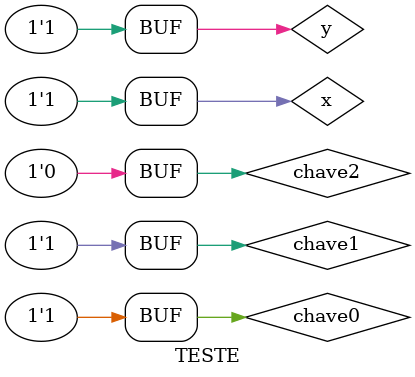
<source format=v>

module F4 (output s, input x, input y, input chave0, input chave1, input chave2);

  wire s0,s1,s2,s3,s4,s5,s6,s7,s8,s9,s10,s11,s12,s13,s14,c0,c1,c2,c3,c4,c5;

  not notx (s0,x);
  not noty (s14,y);

  or or0 (s1,x,y);
  nor nor0 (s2,x,y);
  and and0 (s3,x,y);
  nand nand0 (s4,x,y);
  xor xor0 (s5,x,y);
  xnor xnor0 (s6,x,y);

  buf buf0 (c0,chave0);
  not not0 (c1,chave0);

  buf buf1 (c2,chave1);
  not not1 (c3,chave1);

  buf buf2 (c4,chave2);
  not not0 (c5,chave2);

  and and1 (s7,s0,s14,c0,c2,c4);
  and and2 (s8,s1,c0,c2,c5);
  and and3 (s9,s2,c0,c3,c4);
  and and4 (s10,s3,c0,c3,c5);
  and and5 (s11,s4,c1,c2,c4);
  and and6 (s12,s5,c1,c2,c5);
  and and7 (s13,s6,c1,c3,c4);

  or or1 (s,s7,s8,s9,s10,s11,s12,s13);

endmodule


module TESTE;

  reg x,y,chave0,chave1,chave2;
  wire z;

  initial begin
    x='b0;
    y='b0;
    chave0='b1;
    chave1='b1;
    chave2='b0;
  end

  F4 portas (z,x,y,chave0,chave1,chave2);

  initial begin

    $display("Exercicio0035");
    $display(" NOT - 111 \n OR - 110 \n NOR - 101 \n AND - 100 \n NAND - 011 \n XOR - 010 \n XNOR - 001\n\n");

    $monitor("x(%b) : y(%b) = %b       | Chave:%b%b%b",x,y,z,chave0,chave1,chave2);

    #1 x='b1;
    #1 x='b0;y='b1;
    #1 x='b1;

  end

endmodule

</source>
